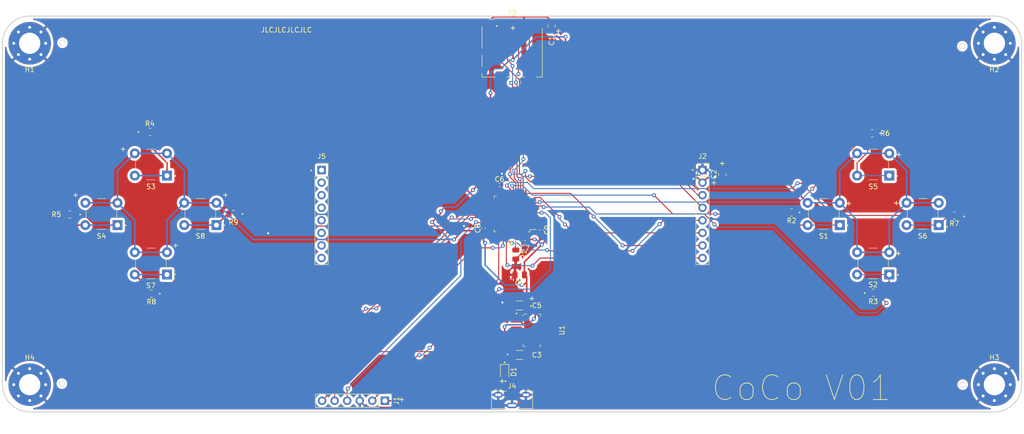
<source format=kicad_pcb>
(kicad_pcb (version 20211014) (generator pcbnew)
  (layers (0 "F.Cu" signal) (31 "B.Cu" signal) (34 "B.Paste" user) (35 "F.Paste" user) (36 "B.SilkS" user "B.Silkscreen") (37 "F.SilkS" user "F.Silkscreen") (38 "B.Mask" user) (39 "F.Mask" user) (44 "Edge.Cuts" user))
  (net 0 "")
  (net 1 "+3.3V")
  (net 2 "GND")
  (net 3 "Net-(C3-Pad1)")
  (net 4 "+5V")
  (net 5 "SWDIO")
  (net 6 "SWCLK")
  (net 7 "SWO")
  (net 8 "NRST")
  (net 9 "SPI_SCK")
  (net 10 "SPI_MOSI")
  (net 11 "SCR_RST")
  (net 12 "SCR_DC")
  (net 13 "GPIO_CS")
  (net 14 "SCR_BLK")
  (net 16 "SPI_CS")
  (net 28 "BOOT0")
  (net 29 "GPIO_A")
  (net 30 "GPIO_X")
  (net 31 "GPIO_UP")
  (net 32 "GPIO_LEFT")
  (net 33 "GPIO_B")
  (net 34 "GPIO_Y")
  (net 35 "GPIO_DOWN")
  (net 36 "GPIO_RIGHT")
  (net 42 "SPI_MISO")
  (footprint "Capacitor_SMD:C_0402_1005Metric" (layer "F.Cu") (at 144.25 102.9 90)
    (fp_text reference "C8")
    (fp_text value "100nF")
  )
  (footprint "Resistor_SMD:R_0805_2012Metric" (layer "F.Cu") (at 206.5 99.7 180)
    (fp_text reference "R2")
    (fp_text value "24k")
  )
  (footprint "Resistor_SMD:R_0805_2012Metric" (layer "F.Cu") (at 222.8 83.7 180)
    (fp_text reference "R6")
    (fp_text value "24k")
  )
  (footprint "Capacitor_SMD:C_0805_2012Metric" (layer "F.Cu") (at 192.5 92 90)
    (fp_text reference "C2")
    (fp_text value "4.7uF")
  )
  (footprint "digikey-footprints:Switch_Tactile_THT_B3F-1xxx" (layer "F.Cu") (at 90.2512 102.2606 180)
    (fp_text reference "S8")
    (fp_text value "B3F-1000")
  )
  (footprint "Capacitor_SMD:C_0402_1005Metric" (layer "F.Cu") (at 147.47 94.15)
    (fp_text reference "C6")
    (fp_text value "100nF")
  )
  (footprint "Resistor_SMD:R_0805_2012Metric" (layer "F.Cu") (at 60.6 100.1 180)
    (fp_text reference "R5")
    (fp_text value "24k")
  )
  (footprint "Capacitor_SMD:C_0402_1005Metric" (layer "F.Cu") (at 155.95 103.25 -90)
    (fp_text reference "C9")
    (fp_text value "100nF")
  )
  (footprint "Resistor_SMD:R_0805_2012Metric" (layer "F.Cu") (at 93.6875 100 180)
    (fp_text reference "R9")
    (fp_text value "24k")
  )
  (footprint "digikey-footprints:Switch_Tactile_THT_B3F-1xxx" (layer "F.Cu") (at 80.2512 92.2606 180)
    (fp_text reference "S3")
    (fp_text value "B3F-1000")
  )
  (footprint "Diode_SMD:D_SOD-323" (layer "F.Cu") (at 148.5 131.9 -90)
    (fp_text reference "D1")
    (fp_text value "600mA")
  )
  (footprint "Resistor_SMD:R_0805_2012Metric" (layer "F.Cu") (at 77.1 116.1 180)
    (fp_text reference "R8")
    (fp_text value "24k")
  )
  (footprint "Connector_USB:USB_Micro-B_Molex-105133-0001" (layer "F.Cu") (at 150 137.625)
    (fp_text reference "J4")
    (fp_text value "USB_B_Micro")
  )
  (footprint "MountingHole:MountingHole_4.3mm_M4_Pad_Via" (layer "F.Cu") (at 52.5 134.5 180)
    (fp_text reference "H4")
    (fp_text value "MountingHole_Pad")
  )
  (footprint "Connector_PinSocket_2.54mm:PinSocket_1x08_P2.54mm_Vertical" (layer "F.Cu") (at 111.5 91.125)
    (fp_text reference "J5")
    (fp_text value "Conn_01x08_Female")
  )
  (footprint "digikey-footprints:Switch_Tactile_THT_B3F-1xxx" (layer "F.Cu") (at 226.2512 112.2606 180)
    (fp_text reference "S2")
    (fp_text value "B3F-1000")
  )
  (footprint "Connector_PinSocket_2.54mm:PinSocket_1x08_P2.54mm_Vertical" (layer "F.Cu") (at 188.5 91.125)
    (fp_text reference "J2")
    (fp_text value "Conn_01x08_Female")
  )
  (footprint "digikey-footprints:Switch_Tactile_THT_B3F-1xxx" (layer "F.Cu") (at 80.2512 112.2606 180)
    (fp_text reference "S7")
    (fp_text value "B3F-1000")
  )
  (footprint "digikey-footprints:Switch_Tactile_THT_B3F-1xxx" (layer "F.Cu") (at 216.2512 102.2606 180)
    (fp_text reference "S1")
    (fp_text value "B3F-1000")
  )
  (footprint "libraries:microSD_HC_Molex_104031-0811" (layer "F.Cu") (at 150 66.5)
    (fp_text reference "J3")
    (fp_text value "Micro_SD_Card")
  )
  (footprint "digikey-footprints:Switch_Tactile_THT_B3F-1xxx" (layer "F.Cu") (at 70.2512 102.2606 180)
    (fp_text reference "S4")
    (fp_text value "B3F-1000")
  )
  (footprint "Resistor_SMD:R_0805_2012Metric" (layer "F.Cu") (at 223 115.9)
    (fp_text reference "R3")
    (fp_text value "24k")
  )
  (footprint "digikey-footprints:Switch_Tactile_THT_B3F-1xxx" (layer "F.Cu") (at 236.2512 102.2606 180)
    (fp_text reference "S6")
    (fp_text value "B3F-1000")
  )
  (footprint "Resistor_SMD:R_0805_2012Metric" (layer "F.Cu") (at 76.8 83.4)
    (fp_text reference "R4")
    (fp_text value "24k")
  )
  (footprint "Connector_PinHeader_2.54mm:PinHeader_1x06_P2.54mm_Vertical" (layer "F.Cu") (at 124.3 137.75 -90)
    (fp_text reference "J1")
    (fp_text value "Conn_01x06_Male")
  )
  (footprint "Capacitor_SMD:C_1206_3216Metric" (layer "F.Cu") (at 151.5 128.5)
    (fp_text reference "C3")
    (fp_text value "10uF")
  )
  (footprint "MountingHole:MountingHole_4.3mm_M4_Pad_Via" (layer "F.Cu") (at 52.5 65.5 180)
    (fp_text reference "H1")
    (fp_text value "MountingHole_Pad")
  )
  (footprint "digikey-footprints:SOT-223" (layer "F.Cu") (at 154 123.5 -90)
    (fp_text reference "U1")
    (fp_text value "LM1117MPX-3_3_NOPB")
  )
  (footprint "MountingHole:MountingHole_4.3mm_M4_Pad_Via" (layer "F.Cu") (at 247.5 134.5 180)
    (fp_text reference "H3")
    (fp_text value "MountingHole_Pad")
  )
  (footprint "Resistor_SMD:R_0805_2012Metric" (layer "F.Cu") (at 150.75 108.2 -90)
    (fp_text reference "R1")
    (fp_text value "24k")
  )
  (footprint "Package_QFP:LQFP-48_7x7mm_P0.5mm" (layer "F.Cu") (at 150 100 180)
    (fp_text reference "U2")
    (fp_text value "STM32F103C8Tx")
  )
  (footprint "Capacitor_SMD:C_0805_2012Metric" (layer "F.Cu") (at 151.55 112.3 180)
    (fp_text reference "C4")
    (fp_text value "4.7uF")
  )
  (footprint "Capacitor_SMD:C_0805_2012Metric" (layer "F.Cu") (at 158 62 90)
    (fp_text reference "C1")
    (fp_text value "4.7uF")
  )
  (footprint "Resistor_SMD:R_0805_2012Metric" (layer "F.Cu") (at 239.4 100.3 180)
    (fp_text reference "R7")
    (fp_text value "24k")
  )
  (footprint "digikey-footprints:Switch_Tactile_THT_B3F-1xxx" (layer "F.Cu") (at 226.2512 92.2606 180)
    (fp_text reference "S5")
    (fp_text value "B3F-1000")
  )
  (footprint "MountingHole:MountingHole_4.3mm_M4_Pad_Via" (layer "F.Cu") (at 247.5 65.5 180)
    (fp_text reference "H2")
    (fp_text value "MountingHole_Pad")
  )
  (footprint "Capacitor_SMD:C_1206_3216Metric" (layer "F.Cu") (at 151.5 118.5 180)
    (fp_text reference "C5")
    (fp_text value "10uF")
  )
  (footprint "Capacitor_SMD:C_0402_1005Metric" (layer "F.Cu") (at 152.62 105.75 180)
    (fp_text reference "C7")
    (fp_text value "100nF")
  )
  (gr_circle (center 227.8 92.3) (end 227.9 92.3) (layer "F.SilkS") (width 0.15) (fill none))
  (gr_line (start 148 133.4) (end 148 134.2) (layer "F.SilkS") (width 0.15))
  (gr_line (start 227.7 97.8) (end 227.3 97.8) (layer "F.SilkS") (width 0.15))
  (gr_circle (center 158.8 63.8) (end 158.9 63.8) (layer "F.SilkS") (width 0.15) (fill none))
  (gr_line (start 159 63) (end 159.8 63) (layer "F.SilkS") (width 0.15))
  (gr_line (start 61.8 96.2) (end 61.4 96.2) (layer "F.SilkS") (width 0.15))
  (gr_line (start 148 133.8) (end 147.6 133.8) (layer "F.SilkS") (width 0.15))
  (gr_circle (center 81.9 92.3) (end 82 92.3) (layer "F.SilkS") (width 0.15) (fill none))
  (gr_line (start 227.8 88) (end 228.6 88) (layer "F.SilkS") (width 0.15))
  (gr_circle (center 149.1 128.4) (end 149.2 128.4) (layer "F.SilkS") (width 0.15) (fill none))
  (gr_line (start 149.8 62.4) (end 150.6 62.4) (layer "F.SilkS") (width 0.15))
  (gr_circle (center 95.5 100) (end 95.6 100) (layer "F.SilkS") (width 0.15) (fill none))
  (gr_circle (center 148.5 130) (end 148.6 130) (layer "F.SilkS") (width 0.15) (fill none))
  (gr_line (start 228.1 107.6) (end 228.1 108.4) (layer "F.SilkS") (width 0.15))
  (gr_circle (center 237.9 102.6) (end 238 102.6) (layer "F.SilkS") (width 0.15) (fill none))
  (gr_circle (center 228 112.3) (end 228.1 112.3) (layer "F.SilkS") (width 0.15) (fill none))
  (gr_line (start 192.5 89.8) (end 192.1 89.8) (layer "F.SilkS") (width 0.15))
  (gr_circle (center 153.8 118.6) (end 153.9 118.6) (layer "F.SilkS") (width 0.15) (fill none))
  (gr_line (start 153.6 117.1) (end 154.4 117.1) (layer "F.SilkS") (width 0.15))
  (gr_line (start 159.4 62.6) (end 159.4 63.4) (layer "F.SilkS") (width 0.15))
  (gr_circle (center 91.8 102.3) (end 91.9 102.3) (layer "F.SilkS") (width 0.15) (fill none))
  (gr_line (start 147.6 133.8) (end 148.4 133.8) (layer "F.SilkS") (width 0.15))
  (gr_circle (center 74.5 83.4) (end 74.6 83.4) (layer "F.SilkS") (width 0.15) (fill none))
  (gr_circle (center 81.8 112.2) (end 81.9 112.2) (layer "F.SilkS") (width 0.15) (fill none))
  (gr_line (start 227.3 97.8) (end 228.1 97.8) (layer "F.SilkS") (width 0.15))
  (gr_line (start 71.4 86.5) (end 71.4 87.3) (layer "F.SilkS") (width 0.15))
  (gr_line (start 159.4 63) (end 159 63) (layer "F.SilkS") (width 0.15))
  (gr_circle (center 186.5 91.1) (end 186.6 91.1) (layer "F.SilkS") (width 0.15) (fill none))
  (gr_line (start 192.1 89.8) (end 192.9 89.8) (layer "F.SilkS") (width 0.15))
  (gr_line (start 150.2 62) (end 150.2 62.8) (layer "F.SilkS") (width 0.15))
  (gr_circle (center 217.8 102.3) (end 217.9 102.3) (layer "F.SilkS") (width 0.15) (fill none))
  (gr_line (start 228.1 108) (end 227.7 108) (layer "F.SilkS") (width 0.15))
  (gr_circle (center 109.4 91.2) (end 109.5 91.2) (layer "F.SilkS") (width 0.15) (fill none))
  (gr_line (start 127.3 137.5) (end 128.1 137.5) (layer "F.SilkS") (width 0.15))
  (gr_line (start 82 106) (end 82 106.8) (layer "F.SilkS") (width 0.15))
  (gr_line (start 82 106.4) (end 81.6 106.4) (layer "F.SilkS") (width 0.15))
  (gr_line (start 127.7 137.5) (end 127.3 137.5) (layer "F.SilkS") (width 0.15))
  (gr_circle (center 62.7 100.1) (end 62.8 100.1) (layer "F.SilkS") (width 0.15) (fill none))
  (gr_line (start 190.4 93.7) (end 191.2 93.7) (layer "F.SilkS") (width 0.15))
  (gr_line (start 190.8 93.3) (end 190.8 94.1) (layer "F.SilkS") (width 0.15))
  (gr_circle (center 221.3 116) (end 221.4 116) (layer "F.SilkS") (width 0.15) (fill none))
  (gr_line (start 228.2 87.6) (end 228.2 88.4) (layer "F.SilkS") (width 0.15))
  (gr_line (start 192.5 89.4) (end 192.5 90.2) (layer "F.SilkS") (width 0.15))
  (gr_line (start 61.8 95.8) (end 61.8 96.6) (layer "F.SilkS") (width 0.15))
  (gr_circle (center 148.7 133.8) (end 148.8 133.8) (layer "F.SilkS") (width 0.15) (fill none))
  (gr_circle (center 241.4 100.5) (end 241.5 100.5) (layer "F.SilkS") (width 0.15) (fill none))
  (gr_line (start 92.1 96.2) (end 91.7 96.2) (layer "F.SilkS") (width 0.15))
  (gr_line (start 81.6 106.4) (end 82.4 106.4) (layer "F.SilkS") (width 0.15))
  (gr_line (start 217.7 97.9) (end 218.5 97.9) (layer "F.SilkS") (width 0.15))
  (gr_circle (center 146.9 62) (end 147 62) (layer "F.SilkS") (width 0.15) (fill none))
  (gr_circle (center 78.8 116.1) (end 78.9 116.1) (layer "F.SilkS") (width 0.15) (fill none))
  (gr_line (start 127.7 137.1) (end 127.7 137.9) (layer "F.SilkS") (width 0.15))
  (gr_line (start 150.2 62.4) (end 149.8 62.4) (layer "F.SilkS") (width 0.15))
  (gr_circle (center 150.9 120.1) (end 151 120.1) (layer "F.SilkS") (width 0.15) (fill none))
  (gr_line (start 154 116.7) (end 154 117.5) (layer "F.SilkS") (width 0.15))
  (gr_line (start 91.7 96.2) (end 92.5 96.2) (layer "F.SilkS") (width 0.15))
  (gr_circle (center 208.1 99.7) (end 208.2 99.7) (layer "F.SilkS") (width 0.15) (fill none))
  (gr_line (start 71.4 86.9) (end 71 86.9) (layer "F.SilkS") (width 0.15))
  (gr_line (start 154 117.1) (end 153.6 117.1) (layer "F.SilkS") (width 0.15))
  (gr_circle (center 224.4 83.7) (end 224.5 83.7) (layer "F.SilkS") (width 0.15) (fill none))
  (gr_line (start 218.1 97.9) (end 217.7 97.9) (layer "F.SilkS") (width 0.15))
  (gr_line (start 218.1 97.5) (end 218.1 98.3) (layer "F.SilkS") (width 0.15))
  (gr_circle (center 71.9 102.3) (end 72 102.3) (layer "F.SilkS") (width 0.15) (fill none))
  (gr_line (start 227.7 97.4) (end 227.7 98.2) (layer "F.SilkS") (width 0.15))
  (gr_line (start 61.4 96.2) (end 62.2 96.2) (layer "F.SilkS") (width 0.15))
  (gr_line (start 227.7 108) (end 228.5 108) (layer "F.SilkS") (width 0.15))
  (gr_line (start 228.2 88) (end 227.8 88) (layer "F.SilkS") (width 0.15))
  (gr_line (start 92.1 95.8) (end 92.1 96.6) (layer "F.SilkS") (width 0.15))
  (gr_line (start 71 86.9) (end 71.8 86.9) (layer "F.SilkS") (width 0.15))
  (gr_arc (start 52.5 140) (mid 48.610913 138.389087) (end 47 134.5) (layer "Edge.Cuts") (width 0.2))
  (gr_arc (start 253 134.5) (mid 251.389087 138.389087) (end 247.5 140) (layer "Edge.Cuts") (width 0.2))
  (gr_arc (start 247.5 60) (mid 251.389087 61.610913) (end 253 65.5) (layer "Edge.Cuts") (width 0.2))
  (gr_circle (center 59 134.3) (end 59.576 134.3) (layer "Edge.Cuts") (width 0.1) (fill none))
  (gr_arc (start 47 65.5) (mid 48.610913 61.610913) (end 52.5 60) (layer "Edge.Cuts") (width 0.2))
  (gr_line (start 247.5 140) (end 52.5 140) (layer "Edge.Cuts") (width 0.2))
  (gr_circle (center 59.124 65.4) (end 59.7 65.4) (layer "Edge.Cuts") (width 0.1) (fill none))
  (gr_line (start 52.5 60) (end 247.5 60) (layer "Edge.Cuts") (width 0.2))
  (gr_line (start 47 65.5) (end 47 134.5) (layer "Edge.Cuts") (width 0.2))
  (gr_line (start 253 65.5) (end 253 134.5) (layer "Edge.Cuts") (width 0.2))
  (gr_circle (center 241.024 66.1) (end 241.6 66.1) (layer "Edge.Cuts") (width 0.1) (fill none))
  (gr_circle (center 241.1 134.5) (end 241.676 134.5) (layer "Edge.Cuts") (width 0.1) (fill none))
  (gr_text "CoCo V01" (at 208.5 135.2) (layer "F.SilkS") (effects (font (size 5 5))))
  (gr_text "JLCJLCJLCJLC" (at 104.4 62.8) (layer "F.SilkS") (effects (font (size 1 1))))
  (segment (start 154.55 105.15) (end 153.7 105.15) (width 0.3) (layer "F.Cu") (net 1))
  (segment (start 155.95 102.77) (end 154.1825 102.77) (width 0.3) (layer "F.Cu") (net 1))
  (segment (start 144.27 103.4) (end 144.25 103.38) (width 0.3) (layer "F.Cu") (net 1))
  (segment (start 147.25 94.41) (end 146.99 94.15) (width 0.3) (layer "F.Cu") (net 1))
  (segment (start 135.6 99.9) (end 133.85 101.65) (width 0.3) (layer "F.Cu") (net 1))
  (segment (start 203.05 91.05) (end 209.75 97.75) (width 0.3) (layer "F.Cu") (net 1))
  (segment (start 156.72 102.77) (end 156.9 102.95) (width 0.3) (layer "F.Cu") (net 1))
  (segment (start 152.975 118.5) (end 154.7 120.225) (width 0.3) (layer "F.Cu") (net 1))
  (segment (start 154.7 120.225) (end 154.7 120.8) (width 0.3) (layer "F.Cu") (net 1))
  (segment (start 150.195 68.495) (end 150.2 68.5) (width 0.3) (layer "F.Cu") (net 1))
  (segment (start 152.975 112.775) (end 152.5 112.3) (width 0.3) (layer "F.Cu") (net 1))
  (segment (start 140.05 103.38) (end 138.265 105.165) (width 0.3) (layer "F.Cu") (net 1))
  (segment (start 144.25 103.38) (end 144.25 105.55) (width 0.3) (layer "F.Cu") (net 1))
  (segment (start 152.5 109.7) (end 156 106.2) (width 0.3) (layer "F.Cu") (net 1))
  (segment (start 150.2 68.5) (end 150.2 68.8) (width 0.3) (layer "F.Cu") (net 1))
  (segment (start 192.5 91.05) (end 191.115 91.05) (width 0.3) (layer "F.Cu") (net 1))
  (segment (start 152.75 105.4) (end 153.1 105.75) (width 0.3) (layer "F.Cu") (net 1))
  (segment (start 186.175 91.125) (end 186.175 91.34) (width 0.3) (layer "F.Cu") (net 1))
  (segment (start 135.6 99.45) (end 135.6 99.9) (width 0.3) (layer "F.Cu") (net 1))
  (segment (start 150.5 123.5) (end 148.4 125.6) (width 0.3) (layer "F.Cu") (net 1))
  (segment (start 152.975 118.5) (end 152.975 113.725) (width 0.3) (layer "F.Cu") (net 1))
  (segment (start 144.44 92.81) (end 142.1 95.15) (width 0.3) (layer "F.Cu") (net 1))
  (segment (start 150.2 68.8) (end 150.094622 68.905378) (width 0.2) (layer "F.Cu") (net 1))
  (segment (start 160.825 65.775) (end 186.175 91.125) (width 0.3) (layer "F.Cu") (net 1))
  (segment (start 150.85 123.5) (end 150.5 123.5) (width 0.3) (layer "F.Cu") (net 1))
  (segment (start 160.8 64.2) (end 160.8 65.75) (width 0.3) (layer "F.Cu") (net 1))
  (segment (start 158 62.95) (end 160.825 65.775) (width 0.3) (layer "F.Cu") (net 1))
  (segment (start 145.25 103.4) (end 144.27 103.4) (width 0.3) (layer "F.Cu") (net 1))
  (segment (start 191.115 91.05) (end 188.5 93.665) (width 0.3) (layer "F.Cu") (net 1))
  (segment (start 186.175 91.34) (end 188.5 93.665) (width 0.3) (layer "F.Cu") (net 1))
  (segment (start 144.25 105.55) (end 144.55 105.85) (width 0.3) (layer "F.Cu") (net 1))
  (segment (start 147.25 95.8375) (end 147.25 94.41) (width 0.3) (layer "F.Cu") (net 1))
  (segment (start 148.4 125.6) (end 136.25 137.75) (width 0.3) (layer "F.Cu") (net 1))
  (segment (start 154.1825 102.77) (end 154.1625 102.75) (width 0.3) (layer "F.Cu") (net 1))
  (segment (start 144.25 103.38) (end 140.05 103.38) (width 0.3) (layer "F.Cu") (net 1))
  (segment (start 156.9 102.95) (end 156.9 105.3) (width 0.3) (layer "F.Cu") (net 1))
  (segment (start 154.7 120.9) (end 154.4 121.2) (width 0.3) (layer "F.Cu") (net 1))
  (segment (start 145.8375 102.8125) (end 145.25 103.4) (width 0.3) (layer "F.Cu") (net 1))
  (segment (start 148.5 125.5) (end 148.4 125.6) (width 0.3) (layer "F.Cu") (net 1))
  (segment (start 150.195 61.05) (end 150.195 68.495) (width 0.3) (layer "F.Cu") (net 1))
  (segment (start 192.5 91.05) (end 203.05 91.05) (width 0.3) (layer "F.Cu") (net 1))
  (segment (start 160.8 65.75) (end 160.825 65.775) (width 0.2) (layer "F.Cu") (net 1))
  (segment (start 156.9 105.3) (end 156 106.2) (width 0.3) (layer "F.Cu") (net 1))
  (segment (start 145.65 92.81) (end 146.99 94.15) (width 0.3) (layer "F.Cu") (net 1))
  (segment (start 152.75 104.1625) (end 152.75 105.4) (width 0.3) (layer "F.Cu") (net 1))
  (segment (start 152.5 112.3) (end 152.5 109.7) (width 0.3) (layer "F.Cu") (net 1))
  (segment (start 151.95 114.35) (end 152.35 114.35) (width 0.3) (layer "F.Cu") (net 1))
  (segment (start 148.5 122.8) (end 148.5 125.5) (width 0.3) (layer "F.Cu") (net 1))
  (segment (start 136.25 137.75) (end 124.3 137.75) (width 0.3) (layer "F.Cu") (net 1))
  (segment (start 145.65 92.81) (end 144.44 92.81) (width 0.3) (layer "F.Cu") (net 1))
  (segment (start 155.95 102.77) (end 156.72 102.77) (width 0.3) (layer "F.Cu") (net 1))
  (segment (start 153.7 105.15) (end 153.1 105.75) (width 0.3) (layer "F.Cu") (net 1))
  (segment (start 145.8375 102.75) (end 145.8375 102.8125) (width 0.3) (layer "F.Cu") (net 1))
  (segment (start 152.975 113.725) (end 152.975 112.775) (width 0.3) (layer "F.Cu") (net 1))
  (segment (start 154.7 120.8) (end 154.7 120.9) (width 0.3) (layer "F.Cu") (net 1))
  (segment (start 152.35 114.35) (end 152.975 113.725) (width 0.3) (layer "F.Cu") (net 1))
  (segment (start 145.65 75.55) (end 145.65 92.81) (width 0.3) (layer "F.Cu") (net 1))
  (via (at 156 106.2) (size 0.8) (drill 0.4) (layers "F.Cu" "B.Cu") (net 1))
  (via (at 150.094622 68.905378) (size 0.8) (drill 0.4) (layers "F.Cu" "B.Cu") (net 1))
  (via (at 160.8 64.2) (size 0.8) (drill 0.4) (layers "F.Cu" "B.Cu") (net 1))
  (via (at 154.55 105.15) (size 0.8) (drill 0.4) (layers "F.Cu" "B.Cu") (net 1))
  (via (at 145.65 75.55) (size 0.8) (drill 0.4) (layers "F.Cu" "B.Cu") (net 1))
  (via (at 151.95 114.35) (size 0.8) (drill 0.4) (layers "F.Cu" "B.Cu") (net 1))
  (via (at 138.265 105.165) (size 0.8) (drill 0.4) (layers "F.Cu" "B.Cu") (net 1))
  (via (at 148.5 122.8) (size 0.8) (drill 0.4) (layers "F.Cu" "B.Cu") (net 1))
  (via (at 142.1 95.15) (size 0.8) (drill 0.4) (layers "F.Cu" "B.Cu") (net 1))
  (via (at 135.6 99.45) (size 0.8) (drill 0.4) (layers "F.Cu" "B.Cu") (net 1))
  (via (at 154.4 121.2) (size 0.8) (drill 0.4) (layers "F.Cu" "B.Cu") (net 1))
  (via (at 133.85 101.65) (size 0.8) (drill 0.4) (layers "F.Cu" "B.Cu") (net 1))
  (via (at 144.55 105.85) (size 0.8) (drill 0.4) (layers "F.Cu" "B.Cu") (net 1))
  (segment (start 149.494622 68.905378) (end 147.9 70.5) (width 0.3) (layer "B.Cu") (net 1))
  (segment (start 147.799502 70.600498) (end 147 70.600498) (width 0.3) (layer "B.Cu") (net 1))
  (segment (start 70.25 97.75) (end 70.25 91.25) (width 0.3) (layer "B.Cu") (net 1))
  (segment (start 147 70.600498) (end 146.549502 70.600498) (width 0.3) (layer "B.Cu") (net 1))
  (segment (start 236.25 97.75) (end 229.75 97.75) (width 0.3) (layer "B.Cu") (net 1))
  (segment (start 73.75 107.75) (end 73.75 101.25) (width 0.3) (layer "B.Cu") (net 1))
  (segment (start 146.549502 70.600498) (end 145.9 71.25) (width 0.3) (layer "B.Cu") (net 1))
  (segment (start 138.65 98.6) (end 136.45 98.6) (width 0.3) (layer "B.Cu") (net 1))
  (segment (start 216.25 97.75) (end 209.75 97.75) (width 0.3) (layer "B.Cu") (net 1))
  (segment (start 80.25 87.75) (end 83.75 91.25) (width 0.3) (layer "B.Cu") (net 1))
  (segment (start 73.75 101.25) (end 70.25 97.75) (width 0.3) (layer "B.Cu") (net 1))
  (segment (start 142.1 95.15) (end 138.65 98.6) (width 0.3) (layer "B.Cu") (net 1))
  (segment (start 219.75 107.75) (end 226.25 107.75) (width 0.3) (layer "B.Cu") (net 1))
  (segment (start 154.95 105.15) (end 154.55 105.15) (width 0.3) (layer "B.Cu") (net 1))
  (segment (start 154.8 64.2) (end 160.8 64.2) (width 0.3) (layer "B.Cu") (net 1))
  (segment (start 219.75 101.25) (end 216.25 97.75) (width 0.3) (layer "B.Cu") (net 1))
  (segment (start 136.45 98.6) (end 135.6 99.45) (width 0.3) (layer "B.Cu") (net 1))
  (segment (start 153.2 122.4) (end 149.1 122.4) (width 0.3) (layer "B.Cu") (net 1))
  (segment (start 229.75 91.25) (end 226.25 87.75) (width 0.3) (layer "B.Cu") (net 1))
  (segment (start 80.25 87.75) (end 73.75 87.75) (width 0.3) (layer "B.Cu") (net 1))
  (segment (start 226.25 101.25) (end 226.25 107.75) (width 0.3) (layer "B.Cu") (net 1))
  (segment (start 73.75 107.75) (end 80.25 107.75) (width 0.3) (layer "B.Cu") (net 1))
  (segment (start 145.9 71.25) (end 145.65 71.5) (width 0.3) (layer "B.Cu") (net 1))
  (segment (start 70.25 91.25) (end 73.75 87.75) (width 0.3) (layer "B.Cu") (net 1))
  (segment (start 147.9 70.5) (end 147.799502 70.600498) (width 0.3) (layer "B.Cu") (net 1))
  (segment (start 80.25 101.25) (end 80.25 107.75) (width 0.3) (layer "B.Cu") (net 1))
  (segment (start 150.094622 68.905378) (end 154.8 64.2) (width 0.3) (layer "B.Cu") (net 1))
  (segment (start 144.55 110.3) (end 148.6 114.35) (width 0.3) (layer "B.Cu") (net 1))
  (segment (start 63.75 97.75) (end 70.25 97.75) (width 0.3) (layer "B.Cu") (net 1))
  (segment (start 148.9 122.4) (end 148.5 122.8) (width 0.3) (layer "B.Cu") (net 1))
  (segment (start 154.4 121.2) (end 153.2 122.4) (width 0.3) (layer "B.Cu") (net 1))
  (segment (start 90.25 97.75) (end 97.665 105.165) (width 0.3) (layer "B.Cu") (net 1))
  (segment (start 133.85 101.65) (end 137.365 105.165) (width 0.3) (layer "B.Cu") (net 1))
  (segment (start 83.75 97.75) (end 90.25 97.75) (width 0.3) (layer "B.Cu") (net 1))
  (segment (start 83.75 91.25) (end 83.75 97.75) (width 0.3) (layer "B.Cu") (net 1))
  (segment (start 148.6 114.35) (end 151.95 114.35) (width 0.3) (layer "B.Cu") (net 1))
  (segment (start 216.25 97.75) (end 216.25 91.25) (width 0.3) (layer "B.Cu") (net 1))
  (segment (start 137.715 105.165) (end 138.265 105.165) (width 0.3) (layer "B.Cu") (net 1))
  (segment (start 216.25 91.25) (end 219.75 87.75) (width 0.3) (layer "B.Cu") (net 1))
  (segment (start 156 106.2) (end 154.95 105.15) (width 0.3) (layer "B.Cu") (net 1))
  (segment (start 219.75 107.75) (end 219.75 101.25) (width 0.3) (layer "B.Cu") (net 1))
  (segment (start 226.25 87.75) (end 219.75 87.75) (width 0.3) (layer "B.Cu") (net 1))
  (segment (start 97.665 105.165) (end 137.715 105.165) (width 0.3) (layer "B.Cu") (net 1))
  (segment (start 150.094622 68.905378) (end 149.494622 68.905378) (width 0.3) (layer "B.Cu") (net 1))
  (segment (start 229.75 97.75) (end 229.75 91.25) (width 0.3) (layer "B.Cu") (net 1))
  (segment (start 137.365 105.165) (end 137.715 105.165) (width 0.3) (layer "B.Cu") (net 1))
  (segment (start 149.1 122.4) (end 148.9 122.4) (width 0.3) (layer "B.Cu") (net 1))
  (segment (start 83.75 97.75) (end 80.25 101.25) (width 0.3) (layer "B.Cu") (net 1))
  (segment (start 229.75 97.75) (end 226.25 101.25) (width 0.3) (layer "B.Cu") (net 1))
  (segment (start 145.65 71.5) (end 145.65 75.55) (width 0.3) (layer "B.Cu") (net 1))
  (segment (start 144.55 105.85) (end 144.55 110.3) (width 0.3) (layer "B.Cu") (net 1))
  (segment (start 120.57 139.1) (end 119.22 137.75) (width 0.3) (layer "F.Cu") (net 2))
  (segment (start 152.295 60.2) (end 152.245 60.15) (width 0.3) (layer "F.Cu") (net 2))
  (segment (start 75.1 84.1875) (end 75.8875 83.4) (width 0.3) (layer "F.Cu") (net 2))
  (segment (start 145.575 139.1) (end 120.57 139.1) (width 0.3) (layer "F.Cu") (net 2))
  (segment (start 152.975 128.5) (end 152.8 128.675) (width 0.3) (layer "F.Cu") (net 2))
  (segment (start 145.8 60.6) (end 145.8 65.66) (width 0.3) (layer "F.Cu") (net 2))
  (segment (start 75.1 88.509189) (end 75.1 84.1875) (width 0.3) (layer "F.Cu") (net 2))
  (segment (start 188.5 91.125) (end 188.5 91.15) (width 0.3) (layer "F.Cu") (net 2))
  (segment (start 98.5 103.9) (end 100.7 103.9) (width 0.3) (layer "F.Cu") (net 2))
  (segment (start 150.85 119.325) (end 150.025 118.5) (width 0.3) (layer "F.Cu") (net 2))
  (segment (start 151 138.7) (end 150 138.7) (width 0.3) (layer "F.Cu") (net 2))
  (segment (start 223.7125 83.7) (end 229.3 83.7) (width 0.3) (layer "F.Cu") (net 2))
  (segment (start 152.25 104.1625) (end 152.25 105.64) (width 0.3) (layer "F.Cu") (net 2))
  (segment (start 152.55 106.65) (end 152.14 106.24) (width 0.3) (layer "F.Cu") (net 2))
  (segment (start 146.25 60.15) (end 145.8 60.6) (width 0.3) (layer "F.Cu") (net 2))
  (segment (start 188.5 91.15) (end 187.772477 91.877523) (width 0.3) (layer "F.Cu") (net 2))
  (segment (start 151.2 121.2) (end 150.85 121.2) (width 0.3) (layer "F.Cu") (net 2))
  (segment (start 151.3 136.8) (end 151.3 138.4) (width 0.3) (layer "F.Cu") (net 2))
  (segment (start 144.25 102.42) (end 143.38 102.42) (width 0.3) (layer "F.Cu") (net 2))
  (segment (start 152.8 128.675) (end 152.8 136.55) (width 0.3) (layer "F.Cu") (net 2))
  (segment (start 222.0875 112.678311) (end 209.109189 99.7) (width 0.3) (layer "F.Cu") (net 2))
  (segment (start 147.95 76.727106) (end 143.3 72.077106) (width 0.3) (layer "F.Cu") (net 2))
  (segment (start 222.0875 115.9) (end 227.89375 121.70625) (width 0.3) (layer "F.Cu") (net 2))
  (segment (start 188.547477 91.077523) (end 188.5 91.125) (width 0.3) (layer "F.Cu") (net 2))
  (segment (start 145.8375 102.25) (end 144.42 102.25) (width 0.3) (layer "F.Cu") (net 2))
  (segment (start 146.9375 137.7375) (end 145.575 139.1) (width 0.3) (layer "F.Cu") (net 2))
  (segment (start 192.5 92.95) (end 191.45 92.95) (width 0.3) (layer "F.Cu") (net 2))
  (segment (start 200.6625 92.95) (end 192.5 92.95) (width 0.3) (layer "F.Cu") (net 2))
  (segment (start 78.0125 116.1) (end 78.0125 114.603311) (width 0.3) (layer "F.Cu") (net 2))
  (segment (start 152.395 60.3) (end 152.295 60.2) (width 0.2) (layer "F.Cu") (net 2))
  (segment (start 143.3 68.16) (end 144.26 67.2) (width 0.3) (layer "F.Cu") (net 2))
  (segment (start 152.55 106.65) (end 152.55 107.3125) (width 0.3) (layer "F.Cu") (net 2))
  (segment (start 143.1695 102.6305) (end 143.05 102.6305) (width 0.3) (layer "F.Cu") (net 2))
  (segment (start 152.55 136.8) (end 152.8 136.55) (width 0.3) (layer "F.Cu") (net 2))
  (segment (start 152.495 60.2) (end 152.545 60.15) (width 0.3) (layer "F.Cu") (net 2))
  (segment (start 145.8 65.66) (end 144.26 67.2) (width 0.3) (layer "F.Cu") (net 2))
  (segment (start 156.7 63.7) (end 185.887477 92.887477) (width 0.3) (layer "F.Cu") (net 2))
  (segment (start 185.887477 92.887477) (end 186.662523 92.887477) (width 0.3) (layer "F.Cu") (net 2))
  (segment (start 152.975 128.5) (end 152.975 122.975) (width 0.3) (layer "F.Cu") (net 2))
  (segment (start 154.3 106.65) (end 152.55 106.65) (width 0.3) (layer "F.Cu") (net 2))
  (segment (start 63.509189 100.1) (end 75.1 88.509189) (width 0.3) (layer "F.Cu") (net 2))
  (segment (start 150.6 109.2625) (end 150.75 109.1125) (width 0.3) (layer "F.Cu") (net 2))
  (segment (start 240.3125 94.7125) (end 229.3 83.7) (width 0.3) (layer "F.Cu") (net 2))
  (segment (start 94.6 100) (end 94.6 100.6) (width 0.3) (layer "F.Cu") (net 2))
  (segment (start 152.395 61.05) (end 152.395 60.3) (width 0.3) (layer "F.Cu") (net 2))
  (segment (start 94.6 100) (end 98.5 103.9) (width 0.3) (layer "F.Cu") (net 2))
  (segment (start 230.99375 121.70625) (end 227.89375 121.70625) (width 0.3) (layer "F.Cu") (net 2))
  (segment (start 147.825 94.825) (end 147.75 94.9) (width 0.3) (layer "F.Cu") (net 2))
  (segment (start 149.425 117.9) (end 150.025 118.5) (width 0.3) (layer "F.Cu") (net 2))
  (segment (start 147.95 94.15) (end 147.95 76.727106) (width 0.3) (layer "F.Cu") (net 2))
  (segment (start 150.6 112.3) (end 150.6 109.2625) (width 0.3) (layer "F.Cu") (net 2))
  (segment (start 222.0875 115.9) (end 222.0875 112.678311) (width 0.3) (layer "F.Cu") (net 2))
  (segment (start 146.9375 137.7375) (end 147.2 138) (width 0.3) (layer "F.Cu") (net 2))
  (segment (start 155.95 105) (end 154.3 106.65) (width 0.3) (layer "F.Cu") (net 2))
  (segment (start 148.05 117.9) (end 149.425 117.9) (width 0.3) (layer "F.Cu") (net 2))
  (segment (start 78.0125 114.603311) (end 63.509189 100.1) (width 0.3) (layer "F.Cu") (net 2))
  (segment (start 191.45 92.95) (end 190.95 92.45) (width 0.3) (layer "F.Cu") (net 2))
  (segment (start 94.6 100.6) (end 79.1 116.1) (width 0.3) (layer "F.Cu") (net 2))
  (segment (start 150.85 121.2) (end 150.85 119.325) (width 0.3) (layer "F.Cu") (net 2))
  (segment (start 147.95 94.15) (end 147.825 94.275) (width 0.3) (layer "F.Cu") (net 2))
  (segment (start 156.7 62.35) (end 156.7 63.7) (width 0.3) (layer "F.Cu") (net 2))
  (segment (start 151.3 138.4) (end 151 138.7) (width 0.3) (layer "F.Cu") (net 2))
  (segment (start 144.42 102.25) (end 144.25 102.42) (width 0.3) (layer "F.Cu") (net 2))
  (segment (start 152.55 107.3125) (end 150.75 109.1125) (width 0.3) (layer "F.Cu") (net 2))
  (segment (start 147.2 136.55) (end 147.2 138) (width 0.3) (layer "F.Cu") (net 2))
  (segment (start 207.4125 99.7) (end 200.6625 92.95) (width 0.3) (layer "F.Cu") (net 2))
  (segment (start 79.1 116.1) (end 78.0125 116.1) (width 0.3) (layer "F.Cu") (net 2))
  (segment (start 240.3125 100.3) (end 240.3125 94.7125) (width 0.3) (layer "F.Cu") (net 2))
  (segment (start 147.825 94.275) (end 147.825 94.825) (width 0.3) (layer "F.Cu") (net 2))
  (segment (start 147.9 138.7) (end 150 138.7) (width 0.3) (layer "F.Cu") (net 2))
  (segment (start 140.289954 102.42) (end 140.279977 102.429977) (width 0.3) (layer "F.Cu") (net 2))
  (segment (start 152.14 106.24) (end 152.14 105.75) (width 0.3) (layer "F.Cu") (net 2))
  (segment (start 152.545 60.15) (end 157.1 60.15) (width 0.3) (layer "F.Cu") (net 2))
  (segment (start 152.975 122.975) (end 151.2 121.2) (width 0.3) (layer "F.Cu") (net 2))
  (segment (start 63.509189 100.1) (end 61.5125 100.1) (width 0.3) (layer "F.Cu") (net 2))
  (segment (start 152.25 105.64) (end 152.14 105.75) (width 0.3) (layer "F.Cu") (net 2))
  (segment (start 240.3125 100.3) (end 240.3125 112.3875) (width 0.3) (layer "F.Cu") (net 2))
  (segment (start 158 61.05) (end 156.7 62.35) (width 0.3) (layer "F.Cu") (net 2))
  (segment (start 152.395 60.3) (end 152.495 60.2) (width 0.2) (layer "F.Cu") (net 2))
  (segment (start 157.1 60.15) (end 158 61.05) (width 0.3) (layer "F.Cu") (net 2))
  (segment (start 150.025 112.875) (end 150.6 112.3) (width 0.3) (layer "F.Cu") (net 2))
  (segment (start 240.3125 112.3875) (end 230.99375 121.70625) (width 0.3) (layer "F.Cu") (net 2))
  (segment (start 147.75 94.9) (end 147.75 95.8375) (width 0.3) (layer "F.Cu") (net 2))
  (segment (start 151.3 136.8) (end 152.55 136.8) (width 0.3) (layer "F.Cu") (net 2))
  (segment (start 147.2 138) (end 147.9 138.7) (width 0.3) (layer "F.Cu") (net 2))
  (segment (start 143.38 102.42) (end 143.1695 102.6305) (width 0.3) (layer "F.Cu") (net 2))
  (segment (start 209.109189 99.7) (end 207.4125 99.7) (width 0.3) (layer "F.Cu") (net 2))
  (segment (start 155.95 103.73) (end 155.95 105) (width 0.3) (layer "F.Cu") (net 2))
  (segment (start 143.38 102.42) (end 140.289954 102.42) (width 0.3) (layer "F.Cu") (net 2))
  (segment (start 152.245 60.15) (end 146.25 60.15) (width 0.3) (layer "F.Cu") (net 2))
  (segment (start 143.3 72.077106) (end 143.3 68.16) (width 0.3) (layer "F.Cu") (net 2))
  (segment (start 190.027523 91.077523) (end 188.547477 91.077523) (width 0.3) (layer "F.Cu") (net 2))
  (segment (start 150.025 118.5) (end 150.025 112.875) (width 0.3) (layer "F.Cu") (net 2))
  (via (at 187.772477 91.877523) (size 0.8) (drill 0.4) (layers "F.Cu" "B.Cu") (net 2))
  (via (at 143.05 102.6305) (size 0.8) (drill 0.4) (layers "F.Cu" "B.Cu") (net 2))
  (via (at 190.95 92.45) (size 0.8) (drill 0.4) (layers "F.Cu" "B.Cu") (net 2))
  (via (at 100.7 103.9) (size 0.8) (drill 0.4) (layers "F.Cu" "B.Cu") (net 2))
  (via (at 147.95 91.85) (size 0.8) (drill 0.4) (layers "F.Cu" "B.Cu") (net 2))
  (via (at 190.027523 91.077523) (size 0.8) (drill 0.4) (layers "F.Cu" "B.Cu") (net 2))
  (via (at 140.279977 102.429977) (size 0.8) (drill 0.4) (layers "F.Cu" "B.Cu") (net 2))
  (via (at 186.662523 92.887477) (size 0.8) (drill 0.4) (layers "F.Cu" "B.Cu") (net 2))
  (via (at 148.05 117.9) (size 0.8) (drill 0.4) (layers "F.Cu" "B.Cu") (net 2))
  (segment (start 140.2 99.6) (end 137.75 99.6) (width 0.3) (layer "B.Cu") (net 2))
  (segment (start 147.95 91.85) (end 140.2 99.6) (width 0.3) (layer "B.Cu") (net 2))
  (segment (start 147.75 117.9) (end 148.05 117.9) (width 0.3) (layer "B.Cu") (net 2))
  (segment (start 187.772477 91.877523) (end 187.672477 91.877523) (width 0.3) (layer "B.Cu") (net 2))
  (segment (start 143.05 113.2) (end 144.55 114.7) (width 0.3) (layer "B.Cu") (net 2))
  (segment (start 143.05 102.6305) (end 143.05 113.2) (width 0.3) (layer "B.Cu") (net 2))
  (segment (start 100.7 103.9) (end 104.515 100.085) (width 0.3) (layer "B.Cu") (net 2))
  (segment (start 140.279977 102.429977) (end 140.25 102.4) (width 0.3) (layer "B.Cu") (net 2))
  (segment (start 144.55 114.7) (end 147.75 117.9) (width 0.3) (layer "B.Cu") (net 2))
  (segment (start 187.672477 91.877523) (end 186.662523 92.887477) (width 0.3) (layer "B.Cu") (net 2))
  (segment (start 190.95 92.45) (end 190.95 92) (width 0.3) (layer "B.Cu") (net 2))
  (segment (start 104.515 100.085) (end 134.915 100.085) (width 0.3) (layer "B.Cu") (net 2))
  (segment (start 137.75 99.6) (end 136.09 101.26) (width 0.3) (layer "B.Cu") (net 2))
  (segment (start 190.95 92) (end 190.027523 91.077523) (width 0.3) (layer "B.Cu") (net 2))
  (segment (start 136.09 101.26) (end 134.915 100.085) (width 0.3) (layer "B.Cu") (net 2))
  (segment (start 137.23 102.4) (end 136.09 101.26) (width 0.3) (layer "B.Cu") (net 2))
  (segment (start 140.25 102.4) (end 137.23 102.4) (width 0.3) (layer "B.Cu") (net 2))
  (segment (start 148.5 130.025) (end 150.025 128.5) (width 0.3) (layer "F.Cu") (net 3))
  (segment (start 150.025 128.5) (end 150.85 127.675) (width 0.3) (layer "F.Cu") (net 3))
  (segment (start 148.5 130.85) (end 148.5 130.025) (width 0.3) (layer "F.Cu") (net 3))
  (segment (start 150.85 127.675) (end 150.85 125.8) (width 0.3) (layer "F.Cu") (net 3))
  (segment (start 148.5 136.6) (end 148.7 136.8) (width 0.3) (layer "F.Cu") (net 4))
  (segment (start 148.5 132.95) (end 148.5 136.6) (width 0.3) (layer "F.Cu") (net 4))
  (segment (start 142.7795 101.75) (end 142.7 101.6705) (width 0.2) (layer "F.Cu") (net 5))
  (segment (start 116.68 135.42) (end 116.68 137.75) (width 0.2) (layer "F.Cu") (net 5))
  (segment (start 145.8375 101.75) (end 142.7795 101.75) (width 0.2) (layer "F.Cu") (net 5))
  (segment (start 116.8 135.3) (end 116.68 135.42) (width 0.2) (layer "F.Cu") (net 5))
  (via (at 142.7 101.6705) (size 0.8) (drill 0.4) (layers "F.Cu" "B.Cu") (net 5))
  (via (at 116.8 135.3) (size 0.8) (drill 0.4) (layers "F.Cu" "B.Cu") (net 5))
  (segment (start 142.7 101.6705) (end 139.65 104.7205) (width 0.2) (layer "B.Cu") (net 5))
  (segment (start 139.65 112.45) (end 116.8 135.3) (width 0.2) (layer "B.Cu") (net 5))
  (segment (start 139.65 105.7) (end 139.65 112.45) (width 0.2) (layer "B.Cu") (net 5))
  (segment (start 139.65 104.7205) (end 139.65 105.7) (width 0.2) (layer "B.Cu") (net 5))
  (segment (start 130.9805 128.5295) (end 131.25 128.5295) (width 0.2) (layer "F.Cu") (net 6))
  (segment (start 133.35 127.05) (end 147.3 113.1) (width 0.2) (layer "F.Cu") (net 6))
  (segment (start 121.76 137.75) (end 130.9805 128.5295) (width 0.2) (layer "F.Cu") (net 6))
  (segment (start 147.3 104.2125) (end 147.25 104.1625) (width 0.2) (layer "F.Cu") (net 6))
  (segment (start 147.3 113.1) (end 147.3 104.2125) (width 0.2) (layer "F.Cu") (net 6))
  (via (at 131.25 128.5295) (size 0.8) (drill 0.4) (layers "F.Cu" "B.Cu") (net 6))
  (via (at 133.35 127.05) (size 0.8) (drill 0.4) (layers "F.Cu" "B.Cu") (net 6))
  (segment (start 131.25 128.5295) (end 131.8705 128.5295) (width 0.2) (layer "B.Cu") (net 6))
  (segment (start 131.8705 128.5295) (end 133.35 127.05) (width 0.2) (layer "B.Cu") (net 6))
  (segment (start 142.5 106.85) (end 146.1 106.85) (width 0.2) (layer "F.Cu") (net 7))
  (segment (start 111.6 137.75) (end 142.5 106.85) (width 0.2) (layer "F.Cu") (net 7))
  (segment (start 148.25 106.3) (end 148.25 104.1625) (width 0.2) (layer "F.Cu") (net 7))
  (segment (start 148.15 106.4) (end 148.25 106.3) (width 0.2) (layer "F.Cu") (net 7))
  (via (at 148.15 106.4) (size 0.8) (drill 0.4) (layers "F.Cu" "B.Cu") (net 7))
  (via (at 146.1 106.85) (size 0.8) (drill 0.4) (layers "F.Cu" "B.Cu") (net 7))
  (segment (start 147.7 106.85) (end 148.15 106.4) (width 0.2) (layer "B.Cu") (net 7))
  (segment (start 146.1 106.85) (end 147.7 106.85) (width 0.2) (layer "B.Cu") (net 7))
  (segment (start 134.77 127.83) (end 147.4 115.2) (width 0.2) (layer "F.Cu") (net 8))
  (segment (start 114.14 137.75) (end 114.14 136.547919) (width 0.2) (layer "F.Cu") (net 8))
  (segment (start 114.14 136.547919) (end 122.857919 127.83) (width 0.2) (layer "F.Cu") (net 8))
  (segment (start 156 99.75) (end 154.1625 99.75) (width 0.2) (layer "F.Cu") (net 8))
  (segment (start 122.857919 127.83) (end 134.77 127.83) (width 0.2) (layer "F.Cu") (net 8))
  (via (at 156 99.75) (size 0.8) (drill 0.4) (layers "F.Cu" "B.Cu") (net 8))
  (via (at 147.4 115.2) (size 0.8) (drill 0.4) (layers "F.Cu" "B.Cu") (net 8))
  (segment (start 157.75 111.2) (end 157.75 100.8) (width 0.2) (layer "B.Cu") (net 8))
  (segment (start 153.75 115.2) (end 154.35 114.6) (width 0.2) (layer "B.Cu") (net 8))
  (segment (start 147.4 115.2) (end 153.75 115.2) (width 0.2) (layer "B.Cu") (net 8))
  (segment (start 156.7 99.75) (end 156 99.75) (width 0.2) (layer "B.Cu") (net 8))
  (segment (start 154.35 114.6) (end 157.75 111.2) (width 0.2) (layer "B.Cu") (net 8))
  (segment (start 157.75 100.8) (end 156.7 99.75) (width 0.2) (layer "B.Cu") (net 8))
  (segment (start 151.295 71.595) (end 151.3 71.6) (width 0.2) (layer "F.Cu") (net 9))
  (segment (start 151.75 93.144122) (end 151.5505 92.944622) (width 0.2) (layer "F.Cu") (net 9))
  (segment (start 188.5 96.205) (end 187.605 96.205) (width 0.3) (layer "F.Cu") (net 9))
  (segment (start 183.8 92.4) (end 182.6 92.4) (width 0.2) (layer "F.Cu") (net 9))
  (segment (start 151.5505 92.944622) (end 151 92.394122) (width 0.2) (layer "F.Cu") (net 9))
  (segment (start 186.8 95.4) (end 183.8 92.4) (width 0.2) (layer "F.Cu") (net 9))
  (segment (start 182.6 92.4) (end 153.6 92.4) (width 0.2) (layer "F.Cu") (net 9))
  (segment (start 151 73.5995) (end 150.8005 73.4) (width 0.2) (layer "F.Cu") (net 9))
  (segment (start 151.295 61.05) (end 151.295 71.595) (width 0.2) (layer "F.Cu") (net 9))
  (segment (start 151.3 71.6) (end 151.3 71.7) (width 0.2) (layer "F.Cu") (net 9))
  (segment (start 187.605 96.205) (end 186.8 95.4) (width 0.2) (layer "F.Cu") (net 9))
  (segment (start 151.3 71.7) (end 151.284622 71.715378) (width 0.2) (layer "F.Cu") (net 9))
  (segment (start 151 92.394122) (end 151 73.5995) (width 0.2) (layer "F.Cu") (net 9))
  (segment (start 151.75 95.8375) (end 151.75 93.144122) (width 0.2) (layer "F.Cu") (net 9))
  (via (at 150.8005 73.4) (size 0.8) (drill 0.4) (layers "F.Cu" "B.Cu") (net 9))
  (via (at 153.6 92.4) (size 0.8) (drill 0.4) (layers "F.Cu" "B.Cu") (net 9))
  (via (at 151.284622 71.715378) (size 0.8) (drill 0.4) (layers "F.Cu" "B.Cu") (net 9))
  (via (at 151.5505 92.944622) (size 0.8) (drill 0.4) (layers "F.Cu" "B.Cu") (net 9))
  (segment (start 150.8 72.2) (end 150.8 73.1) (width 0.2) (layer "B.Cu") (net 9))
  (segment (start 151.284622 71.715378) (end 150.8 72.2) (width 0.2) (layer "B.Cu") (net 9))
  (segment (start 151.5505 92.944622) (end 152.095122 92.4) (width 0.2) (layer "B.Cu") (net 9))
  (segment (start 152.095122 92.4) (end 153.6 92.4) (width 0.2) (layer "B.Cu") (net 9))
  (segment (start 150.8 73.1) (end 150.8 73.3995) (width 0.2) (layer "B.Cu") (net 9))
  (segment (start 150.8 73.3995) (end 150.8005 73.4) (width 0.2) (layer "B.Cu") (net 9))
  (segment (start 149.6005 90.96005) (end 150.1005 90.46005) (width 0.2) (layer "F.Cu") (net 10))
  (segment (start 150.75 95.8375) (end 150.75 93.699758) (width 0.2) (layer "F.Cu") (net 10))
  (segment (start 152.7 92.5) (end 152.7 91.3) (width 0.2) (layer "F.Cu") (net 10))
  (segment (start 149.095 68.895) (end 150 69.8) (width 0.2) (layer "F.Cu") (net 10))
  (segment (start 150.1 69.9) (end 150.1 70.1) (width 0.2) (layer "F.Cu") (net 10))
  (segment (start 149.6005 92.550258) (end 149.6005 90.96005) (width 0.2) (layer "F.Cu") (net 10))
  (segment (start 149.095 61.05) (end 149.095 68.895) (width 0.2) (layer "F.Cu") (net 10))
  (segment (start 153.71005 93.5) (end 152.81005 92.6) (width 0.2) (layer "F.Cu") (net 10))
  (segment (start 150.1005 73.803712) (end 149.807104 73.510316) (width 0.2) (layer "F.Cu") (net 10))
  (segment (start 150.1005 90.46005) (end 150.1005 73.803712) (width 0.2) (layer "F.Cu") (net 10))
  (segment (start 183.255 93.5) (end 188.5 98.745) (width 0.2) (layer "F.Cu") (net 10))
  (segment (start 150.75 93.699758) (end 149.6005 92.550258) (width 0.2) (layer "F.Cu") (net 10))
  (segment (start 152.8 92.6) (end 152.7 92.5) (width 0.2) (layer "F.Cu") (net 10))
  (segment (start 152.81005 92.6) (end 152.8 92.6) (width 0.2) (layer "F.Cu") (net 10))
  (segment (start 150 69.8) (end 150.1 69.9) (width 0.2) (layer "F.Cu") (net 10))
  (segment (start 183.255 93.5) (end 153.71005 93.5) (width 0.2) (layer "F.Cu") (net 10))
  (via (at 149.593998 91.957007) (size 0.8) (drill 0.4) (layers "F.Cu" "B.Cu") (net 10))
  (via (at 150.1 70.1) (size 0.8) (drill 0.4) (layers "F.Cu" "B.Cu") (net 10))
  (via (at 152.7 91.3) (size 0.8) (drill 0.4) (layers "F.Cu" "B.Cu") (net 10))
  (via (at 149.807104 73.510316) (size 0.8) (drill 0.4) (layers "F.Cu" "B.Cu") (net 10))
  (segment (start 152.042993 91.957007) (end 149.593998 91.957007) (width 0.2) (layer "B.Cu") (net 10))
  (segment (start 150.1 73.21742) (end 150.1 70.1) (width 0.2) (layer "B.Cu") (net 10))
  (segment (start 152.7 91.3) (end 152.042993 91.957007) (width 0.2) (layer "B.Cu") (net 10))
  (segment (start 149.807104 73.510316) (end 150.1 73.21742) (width 0.2) (layer "B.Cu") (net 10))
  (segment (start 149.25 105.35) (end 149.8 105.9) (width 0.2) (layer "F.Cu") (net 11))
  (segment (start 149.8 105.9) (end 150.0005 105.9) (width 0.2) (layer "F.Cu") (net 11))
  (segment (start 179.85 102.05) (end 180.615 101.285) (width 0.2) (layer "F.Cu") (net 11))
  (segment (start 157.0505 107.3) (end 157.2005 107.45) (width 0.2) (layer "F.Cu") (net 11))
  (segment (start 180.615 101.285) (end 188.5 101.285) (width 0.2) (layer "F.Cu") (net 11))
  (segment (start 157.2005 107.45) (end 174.35 107.45) (width 0.2) (layer "F.Cu") (net 11))
  (segment (start 149.25 104.1625) (end 149.25 105.35) (width 0.2) (layer "F.Cu") (net 11))
  (via (at 150.0005 105.9) (size 0.8) (drill 0.4) (layers "F.Cu" "B.Cu") (net 11))
  (via (at 174.35 107.45) (size 0.8) (drill 0.4) (layers "F.Cu" "B.Cu") (net 11))
  (via (at 157.0505 107.3) (size 0.8) (drill 0.4) (layers "F.Cu" "B.Cu") (net 11))
  (via (at 179.85 102.05) (size 0.8) (drill 0.4) (layers "F.Cu" "B.Cu") (net 11))
  (segment (start 179.75 102.05) (end 179.85 102.05) (width 0.2) (layer "B.Cu") (net 11))
  (segment (start 152.55 107.3) (end 157.0505 107.3) (width 0.2) (layer "B.Cu") (net 11))
  (segment (start 150.0005 105.9) (end 151.15 105.9) (width 0.2) (layer "B.Cu") (net 11))
  (segment (start 174.35 107.45) (end 179.75 102.05) (width 0.2) (layer "B.Cu") (net 11))
  (segment (start 151.15 105.9) (end 152.55 107.3) (width 0.2) (layer "B.Cu") (net 11))
  (segment (start 154.1625 97.0875) (end 154.6 96.65) (width 0.2) (layer "F.Cu") (net 12))
  (segment (start 188.5 103.825) (end 163.175 103.825) (width 0.2) (layer "F.Cu") (net 12))
  (segment (start 155.6645 96.65) (end 159.6 100.5855) (width 0.2) (layer "F.Cu") (net 12))
  (segment (start 154.6 96.65) (end 155.6645 96.65) (width 0.2) (layer "F.Cu") (net 12))
  (segment (start 154.1625 97.25) (end 154.1625 97.0875) (width 0.2) (layer "F.Cu") (net 12))
  (segment (start 160.7 102.1) (end 162.425 103.825) (width 0.2) (layer "F.Cu") (net 12))
  (segment (start 162.425 103.825) (end 163.175 103.825) (width 0.2) (layer "F.Cu") (net 12))
  (via (at 160.7 102.1) (size 0.8) (drill 0.4) (layers "F.Cu" "B.Cu") (net 12))
  (via (at 159.6 100.5855) (size 0.8) (drill 0.4) (layers "F.Cu" "B.Cu") (net 12))
  (segment (start 159.6 101) (end 160.7 102.1) (width 0.2) (layer "B.Cu") (net 12))
  (segment (start 159.6 100.5855) (end 159.6 101) (width 0.2) (layer "B.Cu") (net 12))
  (segment (start 152.75 95.8375) (end 161.8375 95.8375) (width 0.2) (layer "F.Cu") (net 13))
  (segment (start 161.8375 95.8375) (end 166.5 100.5) (width 0.2) (layer "F.Cu") (net 13))
  (segment (start 188.5 106.365) (end 172.365 106.365) (width 0.2) (layer "F.Cu") (net 13))
  (via (at 172.365 106.365) (size 0.8) (drill 0.4) (layers "F.Cu" "B.Cu") (net 13))
  (via (at 166.5 100.5) (size 0.8) (drill 0.4) (layers "F.Cu" "B.Cu") (net 13))
  (segment (start 166.5 100.5) (end 172.365 106.365) (width 0.2) (layer "B.Cu") (net 13))
  (segment (start 148.85 110.15) (end 148.85 105.4) (width 0.2) (layer "F.Cu") (net 14))
  (segment (start 148.85 105.4) (end 148.75 105.3) (width 0.2) (layer "F.Cu") (net 14))
  (segment (start 155.695 108.905) (end 154.15 110.45) (width 0.2) (layer "F.Cu") (net 14))
  (segment (start 156.505 108.905) (end 155.695 108.905) (width 0.2) (layer "F.Cu") (net 14))
  (segment (start 148.75 105.3) (end 148.75 104.1625) (width 0.2) (layer "F.Cu") (net 14))
  (segment (start 156.505 108.905) (end 188.5 108.905) (width 0.2) (layer "F.Cu") (net 14))
  (segment (start 149.05 110.35) (end 148.85 110.15) (width 0.2) (layer "F.Cu") (net 14))
  (via (at 154.15 110.45) (size 0.8) (drill 0.4) (layers "F.Cu" "B.Cu") (net 14))
  (via (at 149.05 110.35) (size 0.8) (drill 0.4) (layers "F.Cu" "B.Cu") (net 14))
  (segment (start 149.15 110.45) (end 149.05 110.35) (width 0.2) (layer "B.Cu") (net 14))
  (segment (start 154.15 110.45) (end 149.15 110.45) (width 0.2) (layer "B.Cu") (net 14))
  (segment (start 147.995 69.415) (end 147.995 61.05) (width 0.2) (layer "F.Cu") (net 16))
  (segment (start 152.25 92.5) (end 151.5 91.75) (width 0.2) (layer "F.Cu") (net 16))
  (segment (start 152.25 95.8375) (end 152.25 92.5) (width 0.2) (layer "F.Cu") (net 16))
  (segment (start 151.5 72.92) (end 147.995 69.415) (width 0.2) (layer "F.Cu") (net 16))
  (segment (start 151.5 91.75) (end 151.5 72.92) (width 0.2) (layer "F.Cu") (net 16))
  (segment (start 150.7 104.2125) (end 150.7 107.2375) (width 0.2) (layer "F.Cu") (net 28))
  (segment (start 150.75 104.1625) (end 150.7 104.2125) (width 0.2) (layer "F.Cu") (net 28))
  (segment (start 150.7 107.2375) (end 150.75 107.2875) (width 0.2) (layer "F.Cu") (net 28))
  (segment (start 208.1375 102.25) (end 209.75 102.25) (width 0.2) (layer "F.Cu") (net 29))
  (segment (start 156.175 98.375) (end 155.05533 98.375) (width 0.2) (layer "F.Cu") (net 29))
  (segment (start 191.5 100) (end 205.2875 100) (width 0.2) (layer "F.Cu") (net 29))
  (segment (start 205.2875 100) (end 205.5875 99.7) (width 0.2) (layer "F.Cu") (net 29))
  (segment (start 154.98033 98.3) (end 154.05 98.3) (width 0.2) (layer "F.Cu") (net 29))
  (segment (start 191.5 100) (end 191.1 100) (width 0.2) (layer "F.Cu") (net 29))
  (segment (start 205.5875 99.7) (end 208.1375 102.25) (width 0.2) (layer "F.Cu") (net 29))
  (segment (start 155.05533 98.375) (end 154.98033 98.3) (width 0.2) (layer "F.Cu") (net 29))
  (segment (start 156.393478 98.593478) (end 156.175 98.375) (width 0.2) (layer "F.Cu") (net 29))
  (via (at 156.393478 98.593478) (size 0.8) (drill 0.4) (layers "F.Cu" "B.Cu") (net 29))
  (via (at 191.1 100) (size 0.8) (drill 0.4) (layers "F.Cu" "B.Cu") (net 29))
  (segment (start 166.98995 100) (end 191.1 100) (width 0.2) (layer "B.Cu") (net 29))
  (segment (start 156.393478 98.593478) (end 165.583428 98.593478) (width 0.2) (layer "B.Cu") (net 29))
  (segment (start 216.25 102.25) (end 209.75 102.25) (width 0.2) (layer "B.Cu") (net 29))
  (segment (start 165.583428 98.593478) (end 166.98995 100) (width 0.2) (layer "B.Cu") (net 29))
  (segment (start 226.25 113.5625) (end 226.25 112.25) (width 0.2) (layer "F.Cu") (net 30))
  (segment (start 223.9125 116.2125) (end 225.7 118) (width 0.2) (layer "F.Cu") (net 30))
  (segment (start 223.9125 115.9) (end 226.25 113.5625) (width 0.2) (layer "F.Cu") (net 30))
  (segment (start 178.7 96.2) (end 182.5 100) (width 0.2) (layer "F.Cu") (net 30))
  (segment (start 150.25 95.8375) (end 150.25 94.4495) (width 0.2) (layer "F.Cu") (net 30))
  (segment (start 188.841346 100) (end 190.9 102.058654) (width 0.2) (layer "F.Cu") (net 30))
  (segment (start 182.5 100) (end 188.841346 100) (width 0.2) (layer "F.Cu") (net 30))
  (segment (start 190.9 102.058654) (end 190.9 102.1) (width 0.2) (layer "F.Cu") (net 30))
  (segment (start 150.25 94.4495) (end 150.0505 94.25) (width 0.2) (layer "F.Cu") (net 30))
  (segment (start 223.9125 115.9) (end 223.9125 116.2125) (width 0.2) (layer "F.Cu") (net 30))
  (via (at 178.7 96.2) (size 0.8) (drill 0.4) (layers "F.Cu" "B.Cu") (net 30))
  (via (at 225.7 118) (size 0.8) (drill 0.4) (layers "F.Cu" "B.Cu") (net 30))
  (via (at 150.0505 94.25) (size 0.8) (drill 0.4) (layers "F.Cu" "B.Cu") (net 30))
  (via (at 190.9 102.1) (size 0.8) (drill 0.4) (layers "F.Cu" "B.Cu") (net 30))
  (segment (start 202.875 102.675) (end 191.475 102.675) (width 0.2) (layer "B.Cu") (net 30))
  (segment (start 220.2 120) (end 202.875 102.675) (width 0.2) (layer "B.Cu") (net 30))
  (segment (start 225.7 118) (end 223.7 120) (width 0.2) (layer "B.Cu") (net 30))
  (segment (start 191.475 102.675) (end 190.9 102.1) (width 0.2) (layer "B.Cu") (net 30))
  (segment (start 226.25 112.25) (end 219.75 112.25) (width 0.2) (layer "B.Cu") (net 30))
  (segment (start 154.1 96.2) (end 152.15 94.25) (width 0.2) (layer "B.Cu") (net 30))
  (segment (start 223.7 120) (end 220.2 120) (width 0.2) (layer "B.Cu") (net 30))
  (segment (start 152.15 94.25) (end 150.0505 94.25) (width 0.2) (layer "B.Cu") (net 30))
  (segment (start 154.1 96.2) (end 178.7 96.2) (width 0.2) (layer "B.Cu") (net 30))
  (segment (start 144.998959 99.25) (end 129.148959 83.4) (width 0.3) (layer "F.Cu") (net 31))
  (segment (start 80.25 89.659189) (end 80.25 92.25) (width 0.3) (layer "F.Cu") (net 31))
  (segment (start 77.7125 83.4) (end 77.7125 87.121689) (width 0.3) (layer "F.Cu") (net 31))
  (segment (start 77.7125 87.121689) (end 80.25 89.659189) (width 0.3) (layer "F.Cu") (net 31))
  (segment (start 129.148959 83.4) (end 77.7125 83.4) (width 0.3) (layer "F.Cu") (net 31))
  (segment (start 145.8375 99.25) (end 144.998959 99.25) (width 0.3) (layer "F.Cu") (net 31))
  (segment (start 73.75 92.25) (end 80.25 92.25) (width 0.3) (layer "B.Cu") (net 31))
  (segment (start 59.6875 100.1) (end 59.6875 105.8875) (width 0.2) (layer "F.Cu") (net 32))
  (segment (start 74.1 119.3) (end 75.9 121.1) (width 0.2) (layer "F.Cu") (net 32))
  (segment (start 140.860046 99.75) (end 119.510046 121.1) (width 0.2) (layer "F.Cu") (net 32))
  (segment (start 75.9 121.1) (end 119.510046 121.1) (width 0.2) (layer "F.Cu") (net 32))
  (segment (start 61.8375 102.25) (end 63.75 102.25) (width 0.3) (layer "F.Cu") (net 32))
  (segment (start 145.8375 99.75) (end 140.860046 99.75) (width 0.2) (layer "F.Cu") (net 32))
  (segment (start 59.6875 100.1) (end 61.8375 102.25) (width 0.3) (layer "F.Cu") (net 32))
  (segment (start 59.6875 105.8875) (end 73.1 119.3) (width 0.2) (layer "F.Cu") (net 32))
  (segment (start 73.1 119.3) (end 74.1 119.3) (width 0.2) (layer "F.Cu") (net 32))
  (segment (start 70.25 102.25) (end 63.75 102.25) (width 0.3) (layer "B.Cu") (net 32))
  (segment (start 221.8875 83.7) (end 221.8875 83.7125) (width 0.2) (layer "F.Cu") (net 33))
  (segment (start 219.75 89.659189) (end 219.75 92.25) (width 0.2) (layer "F.Cu") (net 33))
  (segment (start 221.8875 83.7) (end 221.8875 87.521689) (width 0.2) (layer "F.Cu") (net 33))
  (segment (start 221.8875 83.7125) (end 210.7 94.9) (width 0.2) (layer "F.Cu") (net 33))
  (segment (start 155.6 97.6) (end 155.45 97.75) (width 0.2) (layer "F.Cu") (net 33))
  (segment (start 155.45 97.75) (end 154.1625 97.75) (width 0.2) (layer "F.Cu") (net 33))
  (segment (start 221.8875 87.521689) (end 219.75 89.659189) (width 0.2) (layer "F.Cu") (net 33))
  (via (at 210.7 94.9) (size 0.8) (drill 0.4) (layers "F.Cu" "B.Cu") (net 33))
  (via (at 155.6 97.6) (size 0.8) (drill 0.4) (layers "F.Cu" "B.Cu") (net 33))
  (segment (start 208.005 97.595) (end 159.805 97.595) (width 0.2) (layer "B.Cu") (net 33))
  (segment (start 155.605 97.595) (end 155.6 97.6) (width 0.2) (layer "B.Cu") (net 33))
  (segment (start 210.7 94.9) (end 208.005 97.595) (width 0.2) (layer "B.Cu") (net 33))
  (segment (start 159.805 97.595) (end 155.605 97.595) (width 0.2) (layer "B.Cu") (net 33))
  (segment (start 219.75 92.25) (end 226.25 92.25) (width 0.2) (layer "B.Cu") (net 33))
  (segment (start 149.75 95.05) (end 149.75 95.8375) (width 0.2) (layer "F.Cu") (net 34))
  (segment (start 148.95 94.25) (end 149.75 95.05) (width 0.2) (layer "F.Cu") (net 34))
  (segment (start 215 100.3) (end 208.6 93.9) (width 0.2) (layer "F.Cu") (net 34))
  (segment (start 238.4875 100.3) (end 215 100.3) (width 0.2) (layer "F.Cu") (net 34))
  (segment (start 208.5 93.8) (end 207.7 93.8) (width 0.2) (layer "F.Cu") (net 34))
  (segment (start 208.6 93.9) (end 208.5 93.8) (width 0.2) (layer "F.Cu") (net 34))
  (segment (start 238.4875 100.3) (end 238.2 100.3) (width 0.3) (layer "F.Cu") (net 34))
  (segment (start 238.2 100.3) (end 236.25 102.25) (width 0.2) (layer "F.Cu") (net 34))
  (via (at 148.95 94.25) (size 0.8) (drill 0.4) (layers "F.Cu" "B.Cu") (net 34))
  (via (at 207.7 93.8) (size 0.8) (drill 0.4) (layers "F.Cu" "B.Cu") (net 34))
  (segment (start 229.75 102.25) (end 236.25 102.25) (width 0.2) (layer "B.Cu") (net 34))
  (segment (start 153.05 93.55) (end 154.365 94.865) (width 0.2) (layer "B.Cu") (net 34))
  (segment (start 154.365 94.865) (end 206.635 94.865) (width 0.2) (layer "B.Cu") (net 34))
  (segment (start 206.635 94.865) (end 207.7 93.8) (width 0.2) (layer "B.Cu") (net 34))
  (segment (start 153.05 93.55) (end 152.955378 93.644622) (width 0.2) (layer "B.Cu") (net 34))
  (segment (start 150.435072 93.644622) (end 150.34045 93.55) (width 0.2) (layer "B.Cu") (net 34))
  (segment (start 148.95 94.25) (end 149.65 93.55) (width 0.2) (layer "B.Cu") (net 34))
  (segment (start 152.955378 93.644622) (end 150.435072 93.644622) (width 0.2) (layer "B.Cu") (net 34))
  (segment (start 150.34045 93.55) (end 149.65 93.55) (width 0.2) (layer "B.Cu") (net 34))
  (segment (start 122.55 119.1) (end 141.4 100.25) (width 0.2) (layer "F.Cu") (net 35))
  (segment (start 76.1875 116.1) (end 75.8 116.1) (width 0.2) (layer "F.Cu") (net 35))
  (segment (start 141.4 100.25) (end 145.8375 100.25) (width 0.2) (layer "F.Cu") (net 35))
  (segment (start 74.6 117.3) (end 74.65 117.25) (width 0.2) (layer "F.Cu") (net 35))
  (segment (start 76.1875 116.1) (end 76.1875 114.6875) (width 0.3) (layer "F.Cu") (net 35))
  (segment (start 120.020802 119.6) (end 76.1 119.6) (width 0.2) (layer "F.Cu") (net 35))
  (segment (start 120.020802 119.6) (end 120.460401 119.160401) (width 0.2) (layer "F.Cu") (net 35))
  (segment (start 74.6 118.1) (end 74.6 117.3) (width 0.2) (layer "F.Cu") (net 35))
  (segment (start 76.1875 114.6875) (end 73.75 112.25) (width 0.3) (layer "F.Cu") (net 35))
  (segment (start 76.1 119.6) (end 74.6 118.1) (width 0.2) (layer "F.Cu") (net 35))
  (segment (start 75.8 116.1) (end 74.65 117.25) (width 0.2) (layer "F.Cu") (net 35))
  (via (at 122.55 119.1) (size 0.8) (drill 0.4) (layers "F.Cu" "B.Cu") (net 35))
  (via (at 120.460401 119.160401) (size 0.8) (drill 0.4) (layers "F.Cu" "B.Cu") (net 35))
  (segment (start 120.460401 119.160401) (end 122.489599 119.160401) (width 0.2) (layer "B.Cu") (net 35))
  (segment (start 122.489599 119.160401) (end 122.55 119.1) (width 0.3) (layer "B.Cu") (net 35))
  (segment (start 80.25 112.25) (end 73.75 112.25) (width 0.3) (layer "B.Cu") (net 35))
  (segment (start 137.8 100.7) (end 136.065 102.435) (width 0.2) (layer "F.Cu") (net 36))
  (segment (start 136.065 102.435) (end 99.135 102.435) (width 0.2) (layer "F.Cu") (net 36))
  (segment (start 99.135 102.435) (end 95.5 98.8) (width 0.2) (layer "F.Cu") (net 36))
  (segment (start 92.5 100) (end 90.25 102.25) (width 0.3) (layer "F.Cu") (net 36))
  (segment (start 93.975 98.8) (end 92.775 100) (width 0.2) (layer "F.Cu") (net 36))
  (segment (start 95.5 98.8) (end 93.975 98.8) (width 0.2) (layer "F.Cu") (net 36))
  (segment (start 141.959954 100.75) (end 141.705227 101.004727) (width 0.2) (layer "F.Cu") (net 36))
  (segment (start 145.8375 100.75) (end 141.959954 100.75) (width 0.2) (layer "F.Cu") (net 36))
  (segment (start 92.775 100) (end 92.5 100) (width 0.3) (layer "F.Cu") (net 36))
  (via (at 141.705227 101.004727) (size 0.8) (drill 0.4) (layers "F.Cu" "B.Cu") (net 36))
  (via (at 137.8 100.7) (size 0.8) (drill 0.4) (layers "F.Cu" "B.Cu") (net 36))
  (segment (start 141.705227 101.004727) (end 138.104727 101.004727) (width 0.2) (layer "B.Cu") (net 36))
  (segment (start 90.25 102.25) (end 83.75 102.25) (width 0.3) (layer "B.Cu") (net 36))
  (segment (start 138.104727 101.004727) (end 137.8 100.7) (width 0.2) (layer "B.Cu") (net 36))
  (segment (start 150.45 91.3995) (end 150.3005 91.25) (width 0.2) (layer "F.Cu") (net 42))
  (segment (start 151.25 95.8375) (end 151.25 93.634072) (width 0.2) (layer "F.Cu") (net 42))
  (segment (start 152.3 71.11005) (end 152.3 88.9) (width 0.2) (layer "F.Cu") (net 42))
  (segment (start 153.495 69.91505) (end 152.3 71.11005) (width 0.2) (layer "F.Cu") (net 42))
  (segment (start 150.45 92.834072) (end 150.45 91.3995) (width 0.2) (layer "F.Cu") (net 42))
  (segment (start 151.25 93.634072) (end 150.45 92.834072) (width 0.2) (layer "F.Cu") (net 42))
  (segment (start 153.495 61.05) (end 153.495 69.91505) (width 0.2) (layer "F.Cu") (net 42))
  (via (at 150.3005 91.25) (size 0.8) (drill 0.4) (layers "F.Cu" "B.Cu") (net 42))
  (via (at 152.3 88.9) (size 0.8) (drill 0.4) (layers "F.Cu" "B.Cu") (net 42))
  (segment (start 152.3 89.2505) (end 152.3 88.9) (width 0.2) (layer "B.Cu") (net 42))
  (segment (start 150.3005 91.25) (end 152.3 89.2505) (width 0.2) (layer "B.Cu") (net 42))
  (zone (net 2) (net_name "GND") (layer "F.Cu") (connect_pads (clearance 0.508)) (min_thickness 0.254) (fill yes (thermal_gap 0.508) (thermal_bridge_width 0.508))
    (polygon (pts (xy 253.5 140.5) (xy 46.5 140.5) (xy 46.5 59.5) (xy 253.5 59.5)))
  )
  (zone (net 2) (net_name "GND") (layer "B.Cu") (connect_pads (clearance 0.508)) (min_thickness 0.254) (fill yes (thermal_gap 0.508) (thermal_bridge_width 0.508))
    (polygon (pts (xy 253.5 140.5) (xy 46.5 140.5) (xy 46.5 59.5) (xy 253.5 59.5)))
  )
)
</source>
